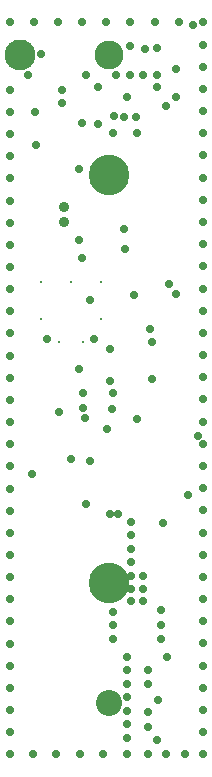
<source format=gbs>
G04*
G04 #@! TF.GenerationSoftware,Altium Limited,Altium Designer,20.2.5 (213)*
G04*
G04 Layer_Color=16711935*
%FSLAX25Y25*%
%MOIN*%
G70*
G04*
G04 #@! TF.SameCoordinates,4658FE5A-7A30-472D-B718-34B1B9A5D075*
G04*
G04*
G04 #@! TF.FilePolarity,Negative*
G04*
G01*
G75*
%ADD64C,0.09646*%
%ADD65C,0.01000*%
%ADD67C,0.10291*%
%ADD68C,0.08677*%
%ADD69C,0.13520*%
%ADD70C,0.02772*%
%ADD71C,0.03559*%
D64*
X408055Y389992D02*
D03*
D65*
X385500Y302000D02*
D03*
Y314500D02*
D03*
X391500Y294500D02*
D03*
X399500D02*
D03*
X405500Y302000D02*
D03*
Y314500D02*
D03*
X395500D02*
D03*
D67*
X378646Y389992D02*
D03*
D68*
X408055Y174008D02*
D03*
D69*
Y349992D02*
D03*
Y214008D02*
D03*
D70*
X425500Y195500D02*
D03*
X422500Y294500D02*
D03*
X401769Y308567D02*
D03*
X382500Y250500D02*
D03*
X395500Y255500D02*
D03*
X401732Y254732D02*
D03*
X398000Y285500D02*
D03*
X391500Y271000D02*
D03*
X407621Y265285D02*
D03*
X387476Y295380D02*
D03*
X424000Y392500D02*
D03*
X415000Y393000D02*
D03*
X413500Y325500D02*
D03*
X383692Y360166D02*
D03*
X421897Y298901D02*
D03*
X430500Y385500D02*
D03*
X430440Y375970D02*
D03*
X409500Y204500D02*
D03*
Y195500D02*
D03*
X408500Y292000D02*
D03*
X403259Y295483D02*
D03*
X437972Y262956D02*
D03*
X409500Y364000D02*
D03*
X400500Y383500D02*
D03*
X410500D02*
D03*
X381000D02*
D03*
X385500Y390500D02*
D03*
X434500Y243500D02*
D03*
X424500Y175000D02*
D03*
X425405Y205152D02*
D03*
X399195Y367459D02*
D03*
X398000Y352000D02*
D03*
X392500Y374000D02*
D03*
Y378600D02*
D03*
X422500Y282000D02*
D03*
X400000Y269000D02*
D03*
X400500Y240500D02*
D03*
X408500Y281500D02*
D03*
X413000Y332000D02*
D03*
X399000Y322500D02*
D03*
X416500Y310272D02*
D03*
X424000Y379500D02*
D03*
Y383500D02*
D03*
X419500D02*
D03*
X383500Y371000D02*
D03*
X436000Y400000D02*
D03*
X399500Y277500D02*
D03*
Y272500D02*
D03*
X426100Y234086D02*
D03*
X427500Y189500D02*
D03*
X424000Y161636D02*
D03*
X409500Y277500D02*
D03*
X417450Y268625D02*
D03*
X430558Y310287D02*
D03*
X428059Y313738D02*
D03*
X427286Y373000D02*
D03*
X417000Y369500D02*
D03*
X417531Y364232D02*
D03*
X415000Y383500D02*
D03*
X420015Y391991D02*
D03*
X404500Y379500D02*
D03*
Y367000D02*
D03*
X398000Y328500D02*
D03*
X414000Y376000D02*
D03*
X413044Y369576D02*
D03*
X409674Y369634D02*
D03*
X409217Y272215D02*
D03*
X408500Y237224D02*
D03*
X411276D02*
D03*
X431437Y401000D02*
D03*
X423375D02*
D03*
X415312D02*
D03*
X407250D02*
D03*
X399187D02*
D03*
X391125D02*
D03*
X383063D02*
D03*
X375000Y401000D02*
D03*
X439500Y364030D02*
D03*
Y371424D02*
D03*
Y378818D02*
D03*
Y386212D02*
D03*
Y393606D02*
D03*
X439500Y401000D02*
D03*
X439500Y297485D02*
D03*
Y304879D02*
D03*
Y312273D02*
D03*
Y319667D02*
D03*
Y327060D02*
D03*
Y334454D02*
D03*
Y341848D02*
D03*
Y349242D02*
D03*
Y356636D02*
D03*
X439500Y230939D02*
D03*
Y238333D02*
D03*
Y245727D02*
D03*
Y253121D02*
D03*
Y260515D02*
D03*
Y267909D02*
D03*
Y275303D02*
D03*
Y282697D02*
D03*
Y290091D02*
D03*
X427167Y157000D02*
D03*
X433333D02*
D03*
X375000Y378500D02*
D03*
Y371117D02*
D03*
Y363733D02*
D03*
Y356350D02*
D03*
Y348967D02*
D03*
Y341583D02*
D03*
Y334200D02*
D03*
Y326817D02*
D03*
Y319433D02*
D03*
Y312050D02*
D03*
Y304667D02*
D03*
Y297283D02*
D03*
Y289900D02*
D03*
Y282517D02*
D03*
Y275133D02*
D03*
Y267750D02*
D03*
Y260367D02*
D03*
Y252983D02*
D03*
Y245600D02*
D03*
Y238217D02*
D03*
Y230833D02*
D03*
Y223450D02*
D03*
Y216067D02*
D03*
Y208683D02*
D03*
Y201300D02*
D03*
Y193917D02*
D03*
Y186533D02*
D03*
Y179150D02*
D03*
X439500Y223545D02*
D03*
Y216151D02*
D03*
Y208757D02*
D03*
Y201364D02*
D03*
Y193970D02*
D03*
Y186576D02*
D03*
Y179182D02*
D03*
Y171788D02*
D03*
X425500Y200000D02*
D03*
X409500D02*
D03*
X439500Y164394D02*
D03*
X439500Y157000D02*
D03*
X375000Y164383D02*
D03*
Y171767D02*
D03*
Y157000D02*
D03*
X382800D02*
D03*
X390600D02*
D03*
X398400D02*
D03*
X406200D02*
D03*
X414000D02*
D03*
X419500Y216500D02*
D03*
X421000Y157000D02*
D03*
X414000Y180500D02*
D03*
X415500Y225500D02*
D03*
Y230000D02*
D03*
X414000Y162500D02*
D03*
Y167000D02*
D03*
X421000Y185000D02*
D03*
Y180500D02*
D03*
Y171000D02*
D03*
Y166000D02*
D03*
X414000Y171500D02*
D03*
Y176000D02*
D03*
Y185000D02*
D03*
Y189500D02*
D03*
X415500Y234500D02*
D03*
X419500Y212000D02*
D03*
Y208000D02*
D03*
X415500D02*
D03*
Y212000D02*
D03*
Y216500D02*
D03*
Y221000D02*
D03*
D71*
X393299Y334500D02*
D03*
Y339500D02*
D03*
M02*

</source>
